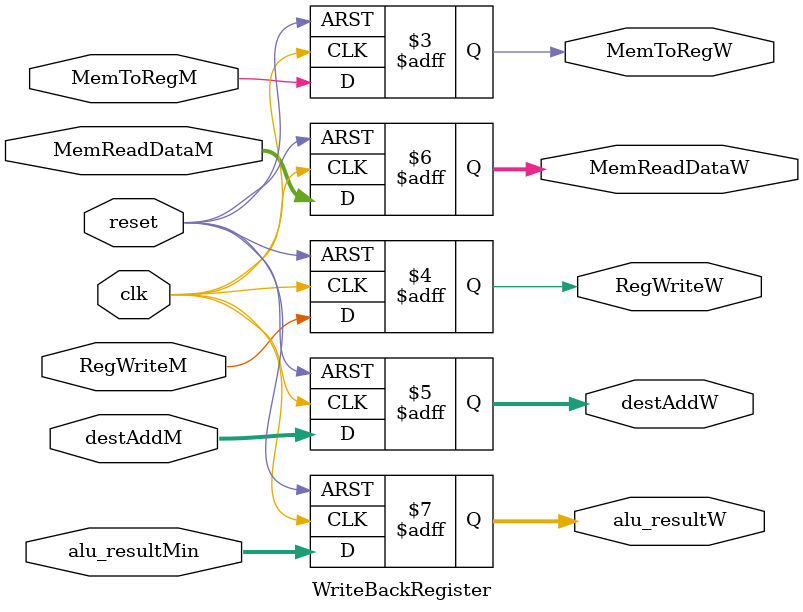
<source format=v>
module WriteBackRegister(
    input                   clk, reset,
    input                   MemToRegM, RegWriteM,
    input       [3:0]       destAddM,
    input       [15:0]      MemReadDataM,
    input       [15:0]      alu_resultMin,
    output  reg             MemToRegW, RegWriteW,
    output  reg [3:0]       destAddW,
    output  reg [15:0]      MemReadDataW, alu_resultW
);

always@(posedge clk or negedge reset)begin
    if(~reset)begin
        MemToRegW    <= 1'b0;
        RegWriteW    <= 1'b0;
        MemReadDataW <= 16'h0000;
        alu_resultW  <= 16'h0000;
        destAddW     <= 4'b0000;
    end
    else begin
        MemToRegW    <= MemToRegM;
        RegWriteW    <= RegWriteM;
        MemReadDataW <= MemReadDataM;
        alu_resultW  <= alu_resultMin;
        destAddW     <= destAddM;
    end
end

endmodule
</source>
